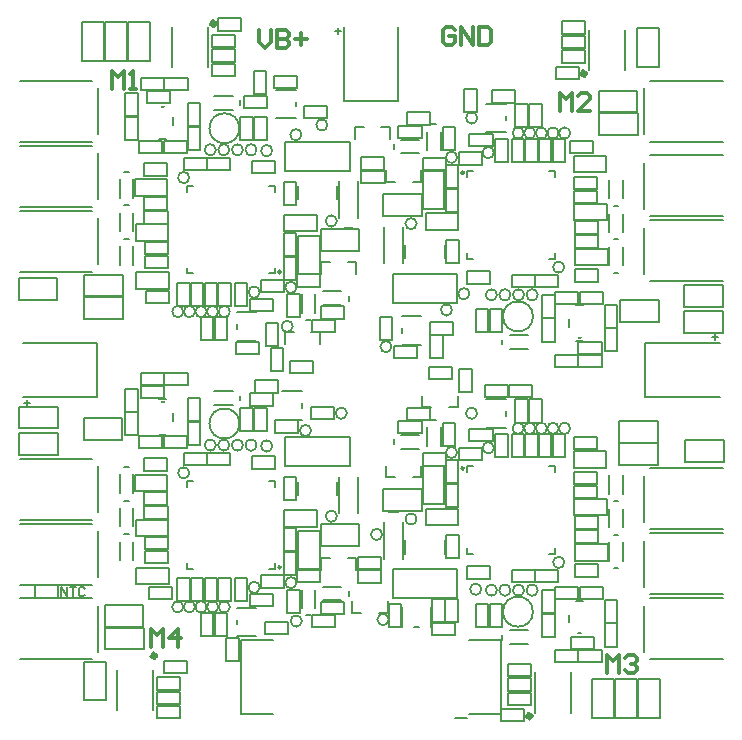
<source format=gto>
G04*
G04 #@! TF.GenerationSoftware,Altium Limited,Altium Designer,19.1.7 (138)*
G04*
G04 Layer_Color=65535*
%FSLAX44Y44*%
%MOMM*%
G71*
G01*
G75*
%ADD10C,0.2540*%
%ADD11C,0.1500*%
%ADD12C,0.1524*%
%ADD13C,0.5000*%
%ADD14C,0.1270*%
%ADD15C,0.1778*%
%ADD16C,0.3556*%
D10*
X-76492Y-166970D02*
G03*
X-76492Y-166970I-1031J0D01*
G01*
X78554Y-83030D02*
G03*
X78554Y-83030I-1031J0D01*
G01*
X78554Y166970D02*
G03*
X78554Y166970I-1031J0D01*
G01*
X-76492Y83030D02*
G03*
X-76492Y83030I-1031J0D01*
G01*
D11*
X-37000Y207500D02*
G03*
X-37000Y207500I-4750J0D01*
G01*
X14750Y-211250D02*
G03*
X14750Y-211250I-4750J0D01*
G01*
X17250Y19750D02*
G03*
X17250Y19750I-4750J0D01*
G01*
X-20650Y-36576D02*
G03*
X-20650Y-36576I-4750J0D01*
G01*
X129150Y200585D02*
G03*
X129150Y200585I-4750J0D01*
G01*
X129150Y-49414D02*
G03*
X129150Y-49414I-4750J0D01*
G01*
X-119650Y-200586D02*
G03*
X-119650Y-200586I-4750J0D01*
G01*
Y49414D02*
G03*
X-119650Y49414I-4750J0D01*
G01*
X-120002Y-63596D02*
G03*
X-120002Y-63596I-4750J0D01*
G01*
X129502Y-186404D02*
G03*
X129502Y-186404I-4750J0D01*
G01*
X129502Y63595D02*
G03*
X129502Y63595I-4750J0D01*
G01*
X-120002Y186404D02*
G03*
X-120002Y186404I-4750J0D01*
G01*
X-108502Y-63596D02*
G03*
X-108502Y-63596I-4750J0D01*
G01*
X118002Y-186404D02*
G03*
X118002Y-186404I-4750J0D01*
G01*
X118002Y63595D02*
G03*
X118002Y63595I-4750J0D01*
G01*
X-108502Y186404D02*
G03*
X-108502Y186404I-4750J0D01*
G01*
X-139335Y-200586D02*
G03*
X-139335Y-200586I-4750J0D01*
G01*
X148835Y-49414D02*
G03*
X148835Y-49414I-4750J0D01*
G01*
X148835Y200585D02*
G03*
X148835Y200585I-4750J0D01*
G01*
X-139335Y49414D02*
G03*
X-139335Y49414I-4750J0D01*
G01*
X-97002Y-63596D02*
G03*
X-97002Y-63596I-4750J0D01*
G01*
X106502Y-186404D02*
G03*
X106502Y-186404I-4750J0D01*
G01*
X106503Y63595D02*
G03*
X106503Y63595I-4750J0D01*
G01*
X-97002Y186404D02*
G03*
X-97002Y186404I-4750J0D01*
G01*
X-131502Y-63596D02*
G03*
X-131502Y-63596I-4750J0D01*
G01*
X141002Y-186404D02*
G03*
X141002Y-186404I-4750J0D01*
G01*
X141002Y63595D02*
G03*
X141002Y63595I-4750J0D01*
G01*
X-131502Y186404D02*
G03*
X-131502Y186404I-4750J0D01*
G01*
X-129492Y-200586D02*
G03*
X-129492Y-200586I-4750J0D01*
G01*
X138992Y-49414D02*
G03*
X138992Y-49414I-4750J0D01*
G01*
X138993Y200585D02*
G03*
X138993Y200585I-4750J0D01*
G01*
X-129492Y49414D02*
G03*
X-129492Y49414I-4750J0D01*
G01*
X-159020Y-200586D02*
G03*
X-159020Y-200586I-4750J0D01*
G01*
X168520Y-49414D02*
G03*
X168520Y-49414I-4750J0D01*
G01*
X168520Y200585D02*
G03*
X168520Y200585I-4750J0D01*
G01*
X-159020Y49414D02*
G03*
X-159020Y49414I-4750J0D01*
G01*
X-63252Y-180096D02*
G03*
X-63252Y-180096I-4750J0D01*
G01*
X72752Y-69904D02*
G03*
X72752Y-69904I-4750J0D01*
G01*
X72752Y180095D02*
G03*
X72752Y180095I-4750J0D01*
G01*
X-63252Y69904D02*
G03*
X-63252Y69904I-4750J0D01*
G01*
X-149177Y-200586D02*
G03*
X-149177Y-200586I-4750J0D01*
G01*
X158677Y-49414D02*
G03*
X158677Y-49414I-4750J0D01*
G01*
X158678Y200585D02*
G03*
X158678Y200585I-4750J0D01*
G01*
X-149177Y49414D02*
G03*
X-149177Y49414I-4750J0D01*
G01*
X-58750Y-212598D02*
G03*
X-58750Y-212598I-4750J0D01*
G01*
X89752Y-36654D02*
G03*
X89752Y-36654I-4750J0D01*
G01*
X89752Y213346D02*
G03*
X89752Y213346I-4750J0D01*
G01*
X-66438Y36937D02*
G03*
X-66438Y36937I-4750J0D01*
G01*
X-83752Y-64346D02*
G03*
X-83752Y-64346I-4750J0D01*
G01*
X93252Y-185654D02*
G03*
X93252Y-185654I-4750J0D01*
G01*
X83236Y64516D02*
G03*
X83236Y64516I-4750J0D01*
G01*
X-83752Y185654D02*
G03*
X-83752Y185654I-4750J0D01*
G01*
X-28972Y-123876D02*
G03*
X-28972Y-123876I-4750J0D01*
G01*
X38472Y-126124D02*
G03*
X38472Y-126124I-4750J0D01*
G01*
X38472Y123876D02*
G03*
X38472Y123876I-4750J0D01*
G01*
X-28972Y126124D02*
G03*
X-28972Y126124I-4750J0D01*
G01*
X-50876Y-51308D02*
G03*
X-50876Y-51308I-4750J0D01*
G01*
X9322Y-139192D02*
G03*
X9322Y-139192I-4750J0D01*
G01*
X68502Y50845D02*
G03*
X68502Y50845I-4750J0D01*
G01*
X-59002Y199154D02*
G03*
X-59002Y199154I-4750J0D01*
G01*
X-94332Y-184095D02*
G03*
X-94332Y-184095I-4750J0D01*
G01*
X103832Y-65904D02*
G03*
X103832Y-65904I-4750J0D01*
G01*
X103833Y184095D02*
G03*
X103833Y184095I-4750J0D01*
G01*
X-94332Y65904D02*
G03*
X-94332Y65904I-4750J0D01*
G01*
X-154002Y-87096D02*
G03*
X-154002Y-87096I-4750J0D01*
G01*
X163502Y-162904D02*
G03*
X163502Y-162904I-4750J0D01*
G01*
X163502Y87095D02*
G03*
X163502Y87095I-4750J0D01*
G01*
X-154002Y162904D02*
G03*
X-154002Y162904I-4750J0D01*
G01*
D12*
X177674Y27115D02*
G03*
X175177Y27115I-1249J-2781D01*
G01*
X177674Y-222885D02*
G03*
X175176Y-222885I-1249J-2781D01*
G01*
X-177674Y-27115D02*
G03*
X-175176Y-27115I1249J2781D01*
G01*
X-111551Y-45344D02*
G03*
X-111551Y-45344I-12702J0D01*
G01*
X136954Y-204656D02*
G03*
X136954Y-204656I-12702J0D01*
G01*
X136954Y45343D02*
G03*
X136954Y45343I-12702J0D01*
G01*
X-111551Y204656D02*
G03*
X-111551Y204656I-12702J0D01*
G01*
X-177674Y222885D02*
G03*
X-175176Y222885I1249J2781D01*
G01*
X-284760Y-192760D02*
X-265240D01*
X-265240Y-182240D02*
X-265240Y-192760D01*
X-284760Y-182240D02*
X-284760Y-192760D01*
X-284760Y-182240D02*
X-265240D01*
X-155607Y-168304D02*
Y-163318D01*
Y-94136D02*
X-150620D01*
X-81439Y-99123D02*
Y-94136D01*
Y-168304D02*
Y-163318D01*
X-155607Y-168304D02*
X-150620D01*
X-155607Y-99123D02*
Y-94136D01*
X-86425D02*
X-81439D01*
X-86425Y-168304D02*
X-81439D01*
X155607Y-86682D02*
Y-81695D01*
X150620Y-155864D02*
X155607D01*
X81439D02*
Y-150877D01*
Y-86682D02*
Y-81695D01*
X150620D02*
X155607D01*
Y-155864D02*
Y-150877D01*
X81439Y-155864D02*
X86425D01*
X81439Y-81695D02*
X86425D01*
X155607Y163317D02*
Y168304D01*
X150620Y94136D02*
X155607D01*
X81439D02*
Y99122D01*
Y163317D02*
Y168304D01*
X150620D02*
X155607D01*
Y94136D02*
Y99122D01*
X81439Y94136D02*
X86426D01*
X81439Y168304D02*
X86426D01*
X-155607Y81696D02*
Y86682D01*
Y155864D02*
X-150620D01*
X-81439Y150877D02*
Y155864D01*
Y81696D02*
Y86682D01*
X-155607Y81696D02*
X-150620D01*
X-155607Y150877D02*
Y155864D01*
X-86425D02*
X-81439D01*
X-86425Y81696D02*
X-81439D01*
X-51082Y-41836D02*
X-31562D01*
X-31562Y-31316D02*
X-31562Y-41836D01*
X-51082Y-31316D02*
X-51082Y-41836D01*
X-51082Y-31316D02*
X-31562D01*
X-99260Y233740D02*
Y253260D01*
Y233740D02*
X-88740Y233740D01*
X-99260Y253260D02*
X-88740Y253260D01*
Y233740D02*
Y253260D01*
X60510Y9990D02*
Y29510D01*
X49990Y29510D02*
X60510Y29510D01*
X49990Y9990D02*
X60510Y9990D01*
X49990Y9990D02*
Y29510D01*
X62156Y-213214D02*
Y-193694D01*
X51636Y-193694D02*
X62156Y-193694D01*
X51636Y-213214D02*
X62156Y-213214D01*
X51636Y-213214D02*
Y-193694D01*
X-98260Y-8740D02*
X-78740D01*
X-98260D02*
X-98260Y-19260D01*
X-78740Y-8740D02*
X-78740Y-19260D01*
X-98260D02*
X-78740D01*
X-82260Y238490D02*
X-62740D01*
X-62740Y249010D02*
X-62740Y238490D01*
X-82260Y249010D02*
X-82260Y238490D01*
X-82260Y249010D02*
X-62740D01*
X18990Y20260D02*
X38510D01*
X18990D02*
X18990Y9740D01*
X38510Y20260D02*
X38510Y9740D01*
X18990D02*
X38510D01*
X51534Y-213942D02*
X71054D01*
X51534D02*
X51534Y-224462D01*
X71054Y-213942D02*
X71054Y-224462D01*
X51534D02*
X71054D01*
X-81214Y-53266D02*
X-61694D01*
X-61694Y-42746D02*
X-61694Y-53266D01*
X-81214Y-42746D02*
X-81214Y-53266D01*
X-81214Y-42746D02*
X-61694D01*
X-108010Y221740D02*
X-88490D01*
X-88490Y232260D02*
X-88490Y221740D01*
X-108010Y232260D02*
X-108010Y221740D01*
X-108010Y232260D02*
X-88490D01*
X62812Y-213294D02*
Y-193774D01*
Y-213294D02*
X73332Y-213294D01*
X62812Y-193774D02*
X73332Y-193774D01*
Y-213294D02*
Y-193774D01*
X49990Y40260D02*
X69510D01*
X49990D02*
X49990Y29740D01*
X69510Y40260D02*
X69510Y29740D01*
X49990D02*
X69510D01*
X-102550Y-30406D02*
X-83030D01*
X-83030Y-19886D02*
X-83030Y-30406D01*
X-102550Y-19886D02*
X-102550Y-30406D01*
X-102550Y-19886D02*
X-83030D01*
X-56510Y213240D02*
X-36990D01*
X-36990Y223760D02*
X-36990Y213240D01*
X-56510Y223760D02*
X-56510Y213240D01*
X-56510Y223760D02*
X-36990D01*
X7240Y25240D02*
Y44760D01*
Y25240D02*
X17760Y25240D01*
X7240Y44760D02*
X17760Y44760D01*
Y25240D02*
Y44760D01*
X14806Y-217960D02*
Y-198440D01*
Y-217960D02*
X25326Y-217960D01*
X14806Y-198440D02*
X25326Y-198440D01*
Y-217960D02*
Y-198440D01*
X-114760Y23760D02*
X-95240D01*
X-114760D02*
X-114760Y13240D01*
X-95240Y23760D02*
X-95240Y13240D01*
X-114760D02*
X-95240D01*
X116478Y-12774D02*
X135998D01*
X116478D02*
X116478Y-23294D01*
X135998Y-12774D02*
X135998Y-23294D01*
X116478D02*
X135998D01*
X102490Y226239D02*
X122010D01*
X122010Y236759D02*
X122010Y226239D01*
X102490Y236759D02*
X102490Y226239D01*
X102490Y236759D02*
X122010D01*
X-111990Y-246260D02*
Y-226740D01*
X-122510Y-226740D02*
X-111990Y-226740D01*
X-122510Y-246260D02*
X-111990Y-246260D01*
X-122510Y-246260D02*
Y-226740D01*
X201480Y116854D02*
Y132394D01*
X213020Y116854D02*
Y132394D01*
X205250Y110624D02*
X209250D01*
X201480Y145229D02*
Y160769D01*
X213020Y145229D02*
Y160769D01*
X205250Y138999D02*
X209250D01*
X201480Y88479D02*
Y104019D01*
X213020Y88479D02*
Y104019D01*
X205250Y82249D02*
X209250D01*
X-209250Y-110625D02*
X-205250D01*
X-213020Y-132395D02*
Y-116855D01*
X-201480Y-132395D02*
Y-116855D01*
X-209250Y-139000D02*
X-205250D01*
X-213020Y-160770D02*
Y-145230D01*
X-201480Y-160770D02*
Y-145230D01*
X-209250Y-82250D02*
X-205250D01*
X-213020Y-104020D02*
Y-88480D01*
X-201480Y-104020D02*
Y-88480D01*
X201480Y-133145D02*
Y-117605D01*
X213020Y-133145D02*
Y-117605D01*
X205250Y-139375D02*
X209250D01*
X201480Y-104770D02*
Y-89230D01*
X213020Y-104770D02*
Y-89230D01*
X205250Y-111000D02*
X209250D01*
X201480Y-161520D02*
Y-145980D01*
X213020Y-161520D02*
Y-145980D01*
X205250Y-167750D02*
X209250D01*
X-201480Y117605D02*
Y133145D01*
X-213020Y117605D02*
Y133145D01*
X-209250Y139375D02*
X-205250D01*
X-201480Y145980D02*
Y161520D01*
X-213020Y145980D02*
Y161520D01*
X-209250Y167750D02*
X-205250D01*
X-201480Y89230D02*
Y104770D01*
X-213020Y89230D02*
Y104770D01*
X-209250Y111000D02*
X-205250D01*
X-175010Y247510D02*
X-155490D01*
X-175010D02*
X-175010Y236990D01*
X-155490D02*
Y247510D01*
X-175010Y236990D02*
X-155490D01*
X-175762Y-256834D02*
X-156242D01*
X-156242Y-246314D02*
X-156242Y-256834D01*
X-175762Y-246314D02*
X-175762Y-256834D01*
X-175762Y-246314D02*
X-156242D01*
X110240Y-287086D02*
X129760D01*
X110240D02*
X110240Y-297606D01*
X129760Y-287086D02*
X129760Y-297606D01*
X110240D02*
X129760D01*
X156242Y256833D02*
X175762D01*
X156242D02*
X156242Y246313D01*
X175762Y256833D02*
X175762Y246313D01*
X156242D02*
X175762D01*
X-129760Y287086D02*
X-110240D01*
X-110240Y297606D02*
X-110240Y287086D01*
X-129760Y297606D02*
X-129760Y287086D01*
X-129760Y297606D02*
X-110240D01*
X-195012Y-2576D02*
X-175492D01*
X-195012D02*
X-195012Y-13096D01*
X-175492Y-2576D02*
X-175492Y-13096D01*
X-195012D02*
X-175492D01*
X-175010Y-13010D02*
X-155490D01*
X-155490Y-2490D02*
X-155490Y-13010D01*
X-175010Y-2490D02*
X-175010Y-13010D01*
X-175010Y-2490D02*
X-155490D01*
X155490Y13009D02*
X175010D01*
X155490D02*
X155490Y2489D01*
X175010Y2489D02*
Y13009D01*
X155490Y2489D02*
X175010D01*
X144742Y24086D02*
Y43605D01*
Y24086D02*
X155262D01*
X144742Y43605D02*
X155262Y43605D01*
Y24086D02*
Y43605D01*
X144742Y44085D02*
Y63605D01*
Y44085D02*
X155262Y44085D01*
X144742Y63605D02*
X155262Y63605D01*
Y44085D02*
Y63605D01*
X175492Y2575D02*
X195012D01*
X195012Y13095D02*
X195012Y2575D01*
X175492D02*
Y13095D01*
X195012D01*
X175492Y13564D02*
X195012D01*
Y24084D01*
X175492Y24084D02*
X175492Y13564D01*
X175492Y24084D02*
X195012D01*
X197742Y15835D02*
Y35356D01*
Y15835D02*
X208262Y15835D01*
X197742Y35356D02*
X208262Y35356D01*
Y15835D02*
Y35356D01*
X155992Y66355D02*
X175512D01*
X155992D02*
X155992Y55835D01*
X175512Y66355D02*
X175512Y55835D01*
X155992D02*
X175512D01*
X176742Y66355D02*
X196262D01*
X176742D02*
X176742Y55835D01*
X196262Y55835D02*
Y66355D01*
X176742Y55835D02*
X196262D01*
X197742Y35835D02*
Y55356D01*
Y35835D02*
X208262Y35835D01*
X197742Y55355D02*
X208262Y55356D01*
Y35835D02*
Y55356D01*
X173400Y24334D02*
X179450D01*
X167662Y36195D02*
Y42953D01*
X173400Y54814D02*
X179450D01*
X155490Y-236990D02*
X175010D01*
X155490D02*
X155490Y-247510D01*
X175010Y-236990D02*
X175010Y-247510D01*
X155490D02*
X175010D01*
X144742Y-225914D02*
Y-206394D01*
Y-225914D02*
X155262Y-225914D01*
X144742Y-206394D02*
X155262Y-206394D01*
Y-225914D02*
Y-206394D01*
X144742Y-205914D02*
Y-186394D01*
Y-205914D02*
X155262Y-205914D01*
X144742Y-186394D02*
X155262Y-186394D01*
Y-205914D02*
Y-186394D01*
X175492Y-247424D02*
X195012D01*
X195012Y-236905D02*
X195012Y-247424D01*
X175492Y-236904D02*
X175492Y-247424D01*
X175492Y-236904D02*
X195012D01*
X169396Y-236435D02*
X188916D01*
X188916Y-225915D02*
X188916Y-236435D01*
X169396Y-225915D02*
X169396Y-236435D01*
X169396Y-225915D02*
X188916D01*
X197742Y-234164D02*
Y-214644D01*
Y-234164D02*
X208262Y-234164D01*
X197742Y-214644D02*
X208262Y-214644D01*
Y-234164D02*
Y-214644D01*
X155992Y-183644D02*
X175512D01*
X155992D02*
X155992Y-194164D01*
X175512Y-183644D02*
X175512Y-194164D01*
X155992D02*
X175512D01*
X176742Y-183644D02*
X196262D01*
X176742D02*
X176742Y-194164D01*
X196262Y-183644D02*
X196262Y-194164D01*
X176742D02*
X196262D01*
X197742Y-214164D02*
Y-194644D01*
Y-214164D02*
X208262Y-214164D01*
X197742Y-194644D02*
X208262Y-194644D01*
Y-214164D02*
Y-194644D01*
X173400Y-225665D02*
X179450D01*
X167662Y-213804D02*
Y-207047D01*
X173400Y-195185D02*
X179450D01*
X-144742Y-43606D02*
Y-24086D01*
X-155262Y-24086D02*
X-144742Y-24086D01*
X-155262Y-43606D02*
X-144742Y-43606D01*
X-155262Y-43606D02*
Y-24086D01*
X-144742Y-63606D02*
Y-44086D01*
X-155262Y-44086D02*
X-144742Y-44086D01*
X-155262Y-63606D02*
X-144742Y-63606D01*
X-155262Y-63606D02*
Y-44086D01*
X-195012Y-13565D02*
X-175492D01*
X-195012D02*
X-195012Y-24085D01*
X-175492Y-13565D02*
X-175492Y-24085D01*
X-195012D02*
X-175492D01*
X-197742Y-35356D02*
Y-15836D01*
X-208262Y-15836D02*
X-197742Y-15836D01*
X-208262Y-35356D02*
X-197742Y-35356D01*
X-208262Y-35356D02*
Y-15836D01*
X-175512Y-66356D02*
X-155992D01*
X-155992Y-55836D02*
X-155992Y-66356D01*
X-175512Y-55836D02*
X-175512Y-66356D01*
X-175512Y-55836D02*
X-155992D01*
X-196262Y-66356D02*
X-176742D01*
X-176742Y-55836D02*
X-176742Y-66356D01*
X-196262Y-55836D02*
X-196262Y-66356D01*
X-196262Y-55836D02*
X-176742D01*
X-197742Y-55356D02*
Y-35836D01*
X-208262Y-35836D02*
X-197742Y-35836D01*
X-208262Y-55356D02*
X-197742Y-55356D01*
X-208262Y-55356D02*
Y-35836D01*
X-179450Y-24335D02*
X-173400D01*
X-167662Y-42953D02*
Y-36196D01*
X-179450Y-54815D02*
X-173400D01*
X-111000Y-25750D02*
Y-21750D01*
X-132770Y-17980D02*
X-117230D01*
X-132770Y-29520D02*
X-117230D01*
X111000Y-228250D02*
Y-224250D01*
X117230Y-232020D02*
X132770D01*
X117230Y-220480D02*
X132770D01*
X111000Y21749D02*
Y25749D01*
X117230Y17979D02*
X132770D01*
X117230Y29519D02*
X132770D01*
X-111000Y224250D02*
Y228250D01*
X-132770Y232020D02*
X-117230D01*
X-132770Y220480D02*
X-117230D01*
X-55000Y-207758D02*
X-51000D01*
X-47230Y-201528D02*
Y-185988D01*
X-58770Y-201528D02*
Y-185988D01*
X51000Y-42242D02*
X55000D01*
X47230Y-64012D02*
Y-48472D01*
X58770Y-64012D02*
Y-48472D01*
X51000Y208011D02*
X55000D01*
X47230Y186241D02*
Y201781D01*
X58770Y186241D02*
Y201781D01*
X-55000Y42242D02*
X-51000D01*
X-47230Y48472D02*
Y64012D01*
X-58770Y48472D02*
Y64012D01*
X-19000Y-191250D02*
Y-187250D01*
X-40770Y-183480D02*
X-25230D01*
X-40770Y-195020D02*
X-25230D01*
X19000Y-62750D02*
Y-58750D01*
X25230Y-66520D02*
X40770D01*
X25230Y-54980D02*
X40770D01*
X19000Y187249D02*
Y191249D01*
X25230Y183479D02*
X40770D01*
X25230Y195019D02*
X40770D01*
X-19000Y58750D02*
Y62750D01*
X-40770Y66520D02*
X-25230D01*
X-40770Y54980D02*
X-25230D01*
X-195012Y247424D02*
X-175492D01*
X-195012D02*
X-195012Y236905D01*
X-175492Y247424D02*
X-175492Y236905D01*
X-195012D02*
X-175492D01*
X-196262Y183644D02*
X-176742D01*
X-176742Y194164D02*
X-176742Y183644D01*
X-196262D02*
Y194164D01*
X-176742D01*
X-175512Y183644D02*
X-155992D01*
Y194164D01*
X-175512Y194164D02*
X-175512Y183644D01*
X-175512Y194164D02*
X-155992D01*
X-197742Y194644D02*
Y214164D01*
X-208262Y214164D02*
X-197742Y214164D01*
X-208262Y194644D02*
X-197742Y194644D01*
X-208262Y194644D02*
Y214164D01*
X-144742Y186394D02*
Y205914D01*
X-155262Y205914D02*
X-144742Y205914D01*
X-155262Y186394D02*
X-144742Y186394D01*
X-155262Y186394D02*
Y205914D01*
X-197742Y214644D02*
Y234164D01*
X-208262Y234164D02*
X-197742Y234164D01*
X-208262Y214644D02*
X-197742Y214644D01*
X-208262Y214644D02*
Y234164D01*
X-190012Y236435D02*
X-170492D01*
X-190012Y225915D02*
Y236435D01*
X-170492Y236435D02*
X-170492Y225915D01*
X-190012D02*
X-170492D01*
X-144742Y206394D02*
Y225914D01*
X-155262Y225914D02*
X-144742Y225914D01*
X-155262Y206394D02*
X-144742D01*
X-155262D02*
Y225914D01*
X-179450Y225665D02*
X-173400D01*
X-167662Y207047D02*
Y213804D01*
X-179450Y195185D02*
X-173400D01*
X232000Y-23000D02*
X295000D01*
X232000D02*
Y23000D01*
X295000D01*
X23000Y227604D02*
Y290604D01*
X-23000Y227604D02*
X23000D01*
X-23000D02*
Y290604D01*
X-295000Y23000D02*
X-232000D01*
Y-23000D02*
Y23000D01*
X-295000Y-23000D02*
X-232000D01*
X-138730Y-80758D02*
X-119210D01*
X-119210Y-70238D02*
X-119210Y-80758D01*
X-138730Y-70238D02*
X-138730Y-80758D01*
X-138730Y-70238D02*
X-119210D01*
X119210Y-169242D02*
X138730D01*
X119210D02*
X119210Y-179762D01*
X138730Y-169242D02*
X138730Y-179762D01*
X119210D02*
X138730D01*
X119211Y80757D02*
X138731D01*
X119211D02*
X119211Y70237D01*
X138731Y80757D02*
X138731Y70237D01*
X119211D02*
X138731D01*
X-138730Y169242D02*
X-119210D01*
X-119210Y179762D02*
X-119210Y169242D01*
X-138730Y179762D02*
X-138730Y169242D01*
X-138730Y179762D02*
X-119210D01*
X-63242Y-173606D02*
Y-154086D01*
X-73762Y-154086D02*
X-63242Y-154086D01*
X-73762Y-173606D02*
X-63242Y-173606D01*
X-73762Y-173606D02*
Y-154086D01*
X63242Y-95914D02*
Y-76394D01*
Y-95914D02*
X73762Y-95914D01*
X63242Y-76394D02*
X73762Y-76394D01*
Y-95914D02*
Y-76394D01*
X63242Y154086D02*
Y173605D01*
Y154086D02*
X73762Y154086D01*
X63242Y173605D02*
X73762Y173605D01*
Y154086D02*
Y173605D01*
X-63242Y76394D02*
Y95914D01*
X-73762Y95914D02*
X-63242Y95914D01*
X-73762Y76394D02*
X-63242Y76394D01*
X-73762Y76394D02*
Y95914D01*
X-102736Y-200132D02*
X-83216D01*
X-83216Y-189612D02*
X-83216Y-200132D01*
X-102736Y-189612D02*
X-102736Y-200132D01*
X-102736Y-189612D02*
X-83216D01*
X83216Y-49868D02*
X102736D01*
X83216D02*
X83216Y-60388D01*
X102736Y-49868D02*
X102736Y-60388D01*
X83216D02*
X102736D01*
X83216Y200131D02*
X102736D01*
X83216D02*
X83216Y189611D01*
X102736Y189611D02*
Y200131D01*
X83216Y189611D02*
X102736D01*
X-102736Y49868D02*
X-83216D01*
X-83216Y60388D02*
X-83216Y49868D01*
X-102736Y60388D02*
X-102736Y49868D01*
X-102736Y60388D02*
X-83216D01*
X-181010Y-284564D02*
X-161490D01*
X-181010D02*
X-181010Y-295084D01*
X-161490Y-284564D02*
X-161490Y-295084D01*
X-181010D02*
X-161490D01*
X115488Y-259356D02*
X135008D01*
X135008Y-248836D02*
X135008Y-259356D01*
X115488Y-248836D02*
X115488Y-259356D01*
X115488Y-248836D02*
X135008D01*
X161490Y284563D02*
X181010D01*
X181010Y295083D02*
X181010Y284563D01*
X161490Y295083D02*
X161490Y284563D01*
X161490Y295083D02*
X181010D01*
X-135008Y259356D02*
X-115488D01*
X-135008D02*
X-135008Y248836D01*
X-115488Y248836D02*
Y259356D01*
X-135008Y248836D02*
X-115488D01*
X-181010Y-272439D02*
X-161490D01*
X-181010D02*
X-181010Y-282959D01*
X-161490Y-272439D02*
X-161490Y-282959D01*
X-181010D02*
X-161490D01*
X115488Y-271481D02*
X135008D01*
X135008Y-260961D02*
X135008Y-271481D01*
X115488Y-260961D02*
X115488Y-271481D01*
X115488Y-260961D02*
X135008D01*
X161490Y272438D02*
X181010D01*
X181010Y282958D02*
X181010Y272438D01*
X161490Y282958D02*
X161490Y272438D01*
X161490Y282958D02*
X181010D01*
X-135008Y271481D02*
X-115488D01*
X-135008Y260961D02*
Y271481D01*
X-115488Y271481D02*
X-115488Y260961D01*
X-135008D02*
X-115488D01*
X-89690Y-213180D02*
X-70170D01*
X-89690D02*
X-89690Y-223700D01*
X-70170Y-213180D02*
X-70170Y-223700D01*
X-89690D02*
X-70170D01*
X96098Y-12660D02*
X115618D01*
X96098D02*
X96098Y-23180D01*
X115618Y-12660D02*
X115618Y-23180D01*
X96098D02*
X115618D01*
X78814Y218412D02*
Y237932D01*
Y218412D02*
X89334Y218412D01*
X78814Y237932D02*
X89334D01*
Y218412D02*
Y237932D01*
X-78490Y19990D02*
Y39510D01*
X-89010Y39510D02*
X-78490Y39510D01*
X-89010Y19990D02*
X-78490Y19990D01*
X-89010Y19990D02*
Y39510D01*
X-144392Y-225034D02*
Y-205514D01*
Y-225034D02*
X-133872Y-225034D01*
X-144392Y-205514D02*
X-133872Y-205514D01*
Y-225034D02*
Y-205514D01*
X144392Y-44486D02*
Y-24966D01*
X133872Y-24966D02*
X144392Y-24966D01*
X133872Y-44486D02*
X144392Y-44486D01*
X133872Y-44486D02*
Y-24966D01*
X144392Y205513D02*
Y225033D01*
X133872Y225033D02*
X144392Y225033D01*
X133872Y205513D02*
X144392D01*
X133872D02*
Y225033D01*
X-144392Y24966D02*
Y44486D01*
Y24966D02*
X-133872Y24966D01*
X-144392Y44486D02*
X-133872D01*
Y24966D02*
Y44486D01*
X-181010Y-260314D02*
X-161490D01*
X-181010D02*
X-181010Y-270834D01*
X-161490Y-260314D02*
X-161490Y-270834D01*
X-181010D02*
X-161490D01*
X115488Y-283606D02*
X135008D01*
X135008Y-273086D02*
X135008Y-283606D01*
X115488Y-273086D02*
X115488Y-283606D01*
X115488Y-273086D02*
X135008D01*
X161490Y260313D02*
X181010D01*
Y270833D01*
X161490Y260313D02*
Y270833D01*
X181010D01*
X-135008Y283606D02*
X-115488D01*
X-135008D02*
X-135008Y273086D01*
X-115488D02*
Y283606D01*
X-135008Y273086D02*
X-115488D01*
X-110760Y-51760D02*
Y-32240D01*
Y-51760D02*
X-100240Y-51760D01*
X-110760Y-32240D02*
X-100240Y-32240D01*
Y-51760D02*
Y-32240D01*
X110760Y-217760D02*
Y-198240D01*
X100240Y-198240D02*
X110760Y-198240D01*
X100240Y-217760D02*
X110760Y-217760D01*
X100240Y-217760D02*
Y-198240D01*
X110760Y32239D02*
Y51759D01*
X100240D02*
X110760D01*
X100240Y32239D02*
X110760Y32239D01*
X100240Y32239D02*
Y51759D01*
X-110760Y194740D02*
Y214260D01*
Y194740D02*
X-100240Y194740D01*
X-110760Y214260D02*
X-100240Y214260D01*
Y194740D02*
Y214260D01*
X-132454Y-225034D02*
Y-205514D01*
Y-225034D02*
X-121934Y-225034D01*
X-132454Y-205514D02*
X-121934Y-205514D01*
Y-225034D02*
Y-205514D01*
X132454Y-44486D02*
Y-24966D01*
X121934Y-24966D02*
X132454Y-24966D01*
X121934Y-44486D02*
X132454Y-44486D01*
X121934Y-44486D02*
Y-24966D01*
X132454Y205513D02*
Y225033D01*
X121934Y225033D02*
X132454Y225033D01*
X121934Y205513D02*
X132454Y205513D01*
X121934Y205513D02*
Y225033D01*
X-132454Y24966D02*
Y44486D01*
Y24966D02*
X-121934Y24966D01*
X-132454Y44486D02*
X-121934Y44486D01*
Y24966D02*
Y44486D01*
X-88490Y-51760D02*
Y-32240D01*
X-99010Y-32240D02*
X-88490Y-32240D01*
X-99010Y-51760D02*
X-88490Y-51760D01*
X-99010Y-51760D02*
Y-32240D01*
X88490Y-217760D02*
Y-198240D01*
Y-217760D02*
X99010Y-217760D01*
X88490Y-198240D02*
X99010Y-198240D01*
Y-217760D02*
Y-198240D01*
X88490Y32239D02*
Y51759D01*
Y32239D02*
X99010D01*
X88490Y51759D02*
X99010Y51759D01*
Y32239D02*
Y51759D01*
X-88490Y194740D02*
Y214260D01*
X-99010Y214260D02*
X-88490Y214260D01*
X-99010Y194740D02*
X-88490Y194740D01*
X-99010Y194740D02*
Y214260D01*
X-158529Y-80758D02*
X-139009D01*
X-139009Y-70238D02*
X-139009Y-80758D01*
X-158529Y-70238D02*
X-158529Y-80758D01*
X-158529Y-70238D02*
X-139009D01*
X139009Y-169242D02*
X158529D01*
X139009D02*
X139009Y-179762D01*
X158529Y-169242D02*
X158529Y-179762D01*
X139009D02*
X158529D01*
X139010Y80757D02*
X158530D01*
X139010Y70237D02*
Y80757D01*
X158530Y80757D02*
X158530Y70237D01*
X139010D02*
X158530D01*
X-158529Y169242D02*
X-139009D01*
X-139009Y179762D02*
X-139009Y169242D01*
X-158529Y179762D02*
X-158529Y169242D01*
X-158529Y179762D02*
X-139009D01*
X-141011Y-195470D02*
Y-175950D01*
Y-195470D02*
X-130491Y-195470D01*
X-141011Y-175950D02*
X-130491Y-175950D01*
Y-195470D02*
Y-175950D01*
X141011Y-74050D02*
Y-54530D01*
X130491Y-54530D02*
X141011Y-54530D01*
X130491Y-74050D02*
X141011Y-74050D01*
X130491Y-74050D02*
Y-54530D01*
X141011Y175949D02*
Y195469D01*
X130491Y195469D02*
X141011Y195469D01*
X130491Y175949D02*
X141011D01*
X130491D02*
Y195469D01*
X-141011Y54530D02*
Y74050D01*
Y54530D02*
X-130491Y54530D01*
X-141011Y74050D02*
X-130491Y74050D01*
Y54530D02*
Y74050D01*
X-129493Y-195470D02*
Y-175950D01*
Y-195470D02*
X-118973Y-195470D01*
X-129493Y-175950D02*
X-118973Y-175950D01*
Y-195470D02*
Y-175950D01*
X129493Y-74050D02*
Y-54530D01*
X118973Y-54530D02*
X129493Y-54530D01*
X118973Y-74050D02*
X129493Y-74050D01*
X118973Y-74050D02*
Y-54530D01*
X129493Y175949D02*
Y195469D01*
X118973D02*
X129493D01*
X118973Y175949D02*
X129493Y175949D01*
X118973Y175949D02*
Y195469D01*
X-129493Y54530D02*
Y74050D01*
Y54530D02*
X-118973Y54530D01*
X-129493Y74050D02*
X-118973Y74050D01*
Y54530D02*
Y74050D01*
X-164046Y-195470D02*
Y-175950D01*
Y-195470D02*
X-153526Y-195470D01*
X-164046Y-175950D02*
X-153526Y-175950D01*
Y-195470D02*
Y-175950D01*
X164046Y-74050D02*
Y-54530D01*
X153526Y-54530D02*
X164046Y-54530D01*
X153526Y-74050D02*
X164046Y-74050D01*
X153526Y-74050D02*
Y-54530D01*
X164046Y175949D02*
Y195469D01*
X153526D02*
X164046D01*
X153526Y175949D02*
X164046Y175949D01*
X153526Y175949D02*
Y195469D01*
X-164046Y54530D02*
Y74050D01*
Y54530D02*
X-153526Y54530D01*
X-164046Y74050D02*
X-153526Y74050D01*
Y54530D02*
Y74050D01*
X-152528Y-195470D02*
Y-175950D01*
Y-195470D02*
X-142008Y-195470D01*
X-152528Y-175950D02*
X-142008Y-175950D01*
Y-195470D02*
Y-175950D01*
X152528Y-74050D02*
Y-54530D01*
X142008Y-54530D02*
X152528Y-54530D01*
X142008Y-74050D02*
X152528Y-74050D01*
X142008Y-74050D02*
Y-54530D01*
X152529Y175949D02*
Y195469D01*
X142009D02*
X152529D01*
X142009Y175949D02*
X152529Y175949D01*
X142009Y175949D02*
Y195469D01*
X-152528Y54530D02*
Y74050D01*
Y54530D02*
X-142008D01*
X-152528Y74050D02*
X-142008D01*
Y54530D02*
Y74050D01*
X-115435Y-195470D02*
Y-175950D01*
Y-195470D02*
X-104915Y-195470D01*
X-115435Y-175950D02*
X-104915Y-175950D01*
Y-195470D02*
Y-175950D01*
X115435Y-74050D02*
Y-54530D01*
X104915Y-54530D02*
X115435Y-54530D01*
X104915Y-74050D02*
X115435Y-74050D01*
X104915Y-74050D02*
Y-54530D01*
X115435Y175949D02*
Y195469D01*
X104916Y195469D02*
X115435Y195469D01*
X104916Y175949D02*
X115435Y175949D01*
X104916Y175949D02*
Y195469D01*
X-115435Y54530D02*
Y74050D01*
Y54530D02*
X-104915D01*
X-115435Y74050D02*
X-104915Y74050D01*
Y54530D02*
Y74050D01*
X-11324Y-168582D02*
X8196D01*
X8196Y-158062D02*
X8196Y-168582D01*
X-11324Y-158062D02*
X-11324Y-168582D01*
X-11324Y-158062D02*
X8196D01*
X48990Y-7760D02*
X68510D01*
X68510Y2760D02*
X68510Y-7760D01*
X48990Y2760D02*
X48990Y-7760D01*
X48990Y2760D02*
X68510D01*
X-8196Y168581D02*
X11324D01*
X-8196D02*
X-8196Y158061D01*
X11324Y168581D02*
X11324Y158061D01*
X-8196D02*
X11324D01*
X-68510Y7760D02*
X-48990D01*
X-68510D02*
X-68510Y-2760D01*
X-48990D02*
Y7760D01*
X-68510Y-2760D02*
X-48990D01*
X-192117Y-114199D02*
X-172597D01*
X-172597Y-103679D02*
X-172597Y-114199D01*
X-192117Y-103679D02*
X-192117Y-114199D01*
X-192117Y-103679D02*
X-172597D01*
X172597Y-135801D02*
X192117D01*
X172597D02*
X172597Y-146321D01*
X192117Y-135801D02*
X192117Y-146321D01*
X172597D02*
X192117D01*
X172597Y114198D02*
X192117D01*
X172597D02*
X172597Y103678D01*
X192117Y114198D02*
X192117Y103678D01*
X172597D02*
X192117D01*
X-192117Y135801D02*
X-172597D01*
Y146321D01*
X-192117Y146321D02*
X-192117Y135801D01*
X-192117Y146321D02*
X-172597D01*
X-191359Y-151822D02*
X-171839D01*
X-171839Y-141302D02*
X-171839Y-151822D01*
X-191359Y-141302D02*
X-191359Y-151822D01*
X-191359Y-141302D02*
X-171839D01*
X171839Y-98178D02*
X191359D01*
X171839D02*
X171839Y-108698D01*
X191359Y-98178D02*
X191359Y-108698D01*
X171839D02*
X191359D01*
X171840Y151821D02*
X191360D01*
X171840D02*
X171840Y141301D01*
X191360Y151821D02*
X191360Y141301D01*
X171840D02*
X191360D01*
X-191359Y98178D02*
X-171839D01*
Y108698D01*
X-191359Y108698D02*
X-191359Y98178D01*
X-191359Y108698D02*
X-171839D01*
X-187988Y-193982D02*
X-168468D01*
X-168468Y-183462D02*
X-168468Y-193982D01*
X-187988Y-183462D02*
X-187988Y-193982D01*
X-187988Y-183462D02*
X-168468D01*
X171359Y-56635D02*
X190879D01*
X171359D02*
X171359Y-67155D01*
X190879Y-56635D02*
X190879Y-67155D01*
X171359D02*
X190879D01*
X168468Y193981D02*
X187988D01*
X168468D02*
X168468Y183461D01*
X187988Y193981D02*
X187988Y183461D01*
X168468D02*
X187988D01*
X-190879Y56635D02*
X-171359D01*
X-171359Y67155D02*
X-171359Y56635D01*
X-190879Y67155D02*
X-190879Y56635D01*
X-190879Y67155D02*
X-171359D01*
X-11244Y-180012D02*
X8276D01*
X8276Y-169492D02*
X8276Y-180012D01*
X-11244Y-169492D02*
X-11244Y-180012D01*
X-11244Y-169492D02*
X8276D01*
X74490Y-19010D02*
Y510D01*
Y-19010D02*
X85010Y-19010D01*
X74490Y510D02*
X85010Y510D01*
Y-19010D02*
Y510D01*
X-8276Y180011D02*
X11244D01*
X-8276D02*
X-8276Y169491D01*
X11244Y180011D02*
X11244Y169491D01*
X-8276D02*
X11244D01*
X-74490Y-510D02*
Y19010D01*
X-85010Y19010D02*
X-74490Y19010D01*
X-85010Y-510D02*
X-74490Y-510D01*
X-85010Y-510D02*
Y19010D01*
X-192012Y-85356D02*
X-172492D01*
X-172492Y-74836D02*
X-172492Y-85356D01*
X-192012Y-74836D02*
X-192012Y-85356D01*
X-192012Y-74836D02*
X-172492D01*
X172492Y-164644D02*
X192012D01*
X172492D02*
X172492Y-175164D01*
X192012Y-164644D02*
X192012Y-175164D01*
X172492D02*
X192012D01*
X172492Y85356D02*
X192012D01*
X172492D02*
X172492Y74836D01*
X192012Y85356D02*
X192012Y74836D01*
X172492D02*
X192012D01*
X-192012Y164644D02*
X-172492D01*
X-172492Y175164D02*
X-172492Y164644D01*
X-192012Y175164D02*
X-192012Y164644D01*
X-192012Y175164D02*
X-172492D01*
X-191940Y-126043D02*
X-172420D01*
X-172420Y-115523D02*
X-172420Y-126043D01*
X-191940Y-115523D02*
X-191940Y-126043D01*
X-191940Y-115523D02*
X-172420D01*
X172420Y-123957D02*
X191940D01*
X172420D02*
X172420Y-134477D01*
X191940Y-123957D02*
X191940Y-134477D01*
X172420D02*
X191940D01*
X172420Y126042D02*
X191940D01*
X172420D02*
X172420Y115522D01*
X191940Y126042D02*
X191940Y115522D01*
X172420D02*
X191940D01*
X-191940Y123957D02*
X-172420D01*
X-172420Y134477D02*
X-172420Y123957D01*
X-191940Y134477D02*
X-191940Y123957D01*
X-191940Y134477D02*
X-172420D01*
X-191233Y-163666D02*
X-171713D01*
X-171713Y-153146D02*
X-171713Y-163666D01*
X-191233Y-153146D02*
X-191233Y-163666D01*
X-191233Y-153146D02*
X-171713D01*
X171713Y-86334D02*
X191233D01*
X171713D02*
X171713Y-96854D01*
X191233Y-86334D02*
X191233Y-96854D01*
X171713D02*
X191233D01*
X171713Y163666D02*
X191233D01*
X171713D02*
X171713Y153146D01*
X191233Y163666D02*
X191233Y153146D01*
X171713D02*
X191233D01*
X-191233Y86334D02*
X-171713D01*
Y96854D01*
X-191233Y96854D02*
X-191233Y86334D01*
X-191233Y96854D02*
X-171713D01*
X-63010Y-169228D02*
X-43490D01*
X-63010D02*
X-63010Y-179748D01*
X-43490Y-169228D02*
X-43490Y-179748D01*
X-63010D02*
X-43490D01*
X43490Y-81026D02*
X63010D01*
X63010Y-70506D02*
X63010Y-81026D01*
X43490Y-70506D02*
X43490Y-81026D01*
X43490Y-70506D02*
X63010D01*
X43490Y169227D02*
X63010D01*
X63010Y179747D02*
X63010Y169227D01*
X43490D02*
Y179747D01*
X63010D01*
X-63010Y81026D02*
X-43490D01*
X-63010Y70506D02*
Y81026D01*
X-43490Y81026D02*
X-43490Y70506D01*
X-63010D02*
X-43490D01*
X-49760Y-218010D02*
X-30240D01*
X-30240Y-207490D02*
X-30240Y-218010D01*
X-49760Y-207490D02*
X-49760Y-218010D01*
X-49760Y-207490D02*
X-30240D01*
X30240Y-31990D02*
X49760D01*
X30240D02*
X30240Y-42510D01*
X49760Y-31990D02*
X49760Y-42510D01*
X30240D02*
X49760D01*
X30240Y218009D02*
X49760D01*
X30240D02*
X30240Y207489D01*
X49760Y207489D02*
Y218009D01*
X30240Y207489D02*
X49760D01*
X-49760Y31990D02*
X-30240D01*
X-30240Y42510D02*
X-30240Y31990D01*
X-49760Y42510D02*
X-49760Y31990D01*
X-49760Y42510D02*
X-30240D01*
X-42644Y-206737D02*
X-23124D01*
X-23124Y-196217D02*
X-23124Y-206737D01*
X-42644Y-196217D02*
X-42644Y-206737D01*
X-42644Y-196217D02*
X-23124D01*
X23124Y-43263D02*
X42644D01*
X23124D02*
X23124Y-53783D01*
X42644Y-43263D02*
X42644Y-53783D01*
X23124D02*
X42644D01*
X23124Y206736D02*
X42644D01*
X23124D02*
X23124Y196216D01*
X42644Y206736D02*
X42644Y196216D01*
X23124D02*
X42644D01*
X-42644Y43263D02*
X-23124D01*
X-23124Y53783D02*
X-23124Y43263D01*
X-42644Y43263D02*
Y53783D01*
X-23124D01*
X-62266Y-105655D02*
Y-94538D01*
X-28738Y-105655D02*
Y-94538D01*
X62266Y-155462D02*
Y-144345D01*
X28738Y-155462D02*
Y-144345D01*
X62266Y94537D02*
Y105654D01*
X28738Y94537D02*
Y105654D01*
X-62266Y144345D02*
Y155462D01*
X-28738Y144345D02*
Y155462D01*
X-215030Y-287824D02*
Y-253824D01*
X-184470Y-287824D02*
Y-253824D01*
X169028Y-290096D02*
Y-256096D01*
X138468Y-290096D02*
Y-256096D01*
X215030Y253823D02*
Y287823D01*
X184470Y253823D02*
Y287823D01*
X-169028Y256096D02*
Y290096D01*
X-138468Y256096D02*
Y290096D01*
X-23002Y-130096D02*
X-15502D01*
X-11232Y-121366D02*
Y-90326D01*
X-27272Y-121366D02*
Y-90326D01*
X15502Y-119904D02*
X23002D01*
X11232Y-159674D02*
Y-128634D01*
X27272Y-159674D02*
Y-128634D01*
X15502Y130096D02*
X23002D01*
X11232Y90325D02*
Y121365D01*
X27272Y90325D02*
Y121365D01*
X-23002Y119904D02*
X-15502D01*
X-11232Y128634D02*
Y159674D01*
X-27272Y128634D02*
Y159674D01*
X-101012Y-73086D02*
X-81492D01*
X-101012D02*
X-101012Y-83606D01*
X-81492Y-73086D02*
X-81492Y-83606D01*
X-101012D02*
X-81492D01*
X81492Y-176914D02*
X101012D01*
X101012Y-166394D02*
X101012Y-176914D01*
X81492Y-166394D02*
X81492Y-176914D01*
X81492Y-166394D02*
X101012D01*
X81492Y73085D02*
X101012D01*
Y83605D01*
X81492D02*
X81492Y73085D01*
X81492Y83605D02*
X101012D01*
X-101012Y176914D02*
X-81492D01*
X-101012D02*
X-101012Y166394D01*
X-81492Y166394D02*
Y176914D01*
X-101012Y166394D02*
X-81492D01*
X-172722Y-102625D02*
Y-88567D01*
X-200282Y-102624D02*
Y-88565D01*
Y-102625D02*
X-172722D01*
X-200282Y-88565D02*
X-172722D01*
X172722Y-161433D02*
Y-147374D01*
X200282Y-161434D02*
Y-147376D01*
X172722Y-147374D02*
X200282D01*
X172722Y-161434D02*
X200282D01*
X172722Y88566D02*
Y102625D01*
X200282Y88565D02*
Y102623D01*
X172722Y102625D02*
X200282D01*
X172722Y88565D02*
X200282D01*
X-172722Y147374D02*
Y161433D01*
X-200282Y147376D02*
Y161434D01*
X-200282Y147374D02*
X-172722D01*
X-200282Y161434D02*
X-172722D01*
X-63492Y-110356D02*
Y-90836D01*
X-74012Y-90836D02*
X-63492Y-90836D01*
X-74012Y-110356D02*
X-63492Y-110356D01*
X-74012Y-110356D02*
Y-90836D01*
X63492Y-159164D02*
Y-139644D01*
Y-159164D02*
X74012Y-159164D01*
X63492Y-139644D02*
X74012Y-139644D01*
Y-159164D02*
Y-139644D01*
X63492Y90836D02*
Y110356D01*
Y90836D02*
X74012D01*
X63492Y110356D02*
X74012Y110356D01*
Y90836D02*
Y110356D01*
X-63492Y139644D02*
Y159164D01*
X-74012Y159164D02*
X-63492Y159164D01*
X-74012Y139644D02*
X-63492Y139644D01*
X-74012Y139644D02*
Y159164D01*
X-93512Y-184356D02*
X-73992D01*
X-73992Y-173836D02*
X-73992Y-184356D01*
X-93512Y-173836D02*
X-93512Y-184356D01*
X-93512Y-173836D02*
X-73992D01*
X73992Y-65644D02*
X93512D01*
X73992D02*
X73992Y-76164D01*
X93512Y-65644D02*
X93512Y-76164D01*
X73992D02*
X93512D01*
X73992Y184356D02*
X93512D01*
X73992D02*
X73992Y173836D01*
X93512Y184355D02*
X93512Y173836D01*
X73992D02*
X93512D01*
X-93512Y65644D02*
X-73992D01*
X-73992Y76164D02*
X-73992Y65644D01*
X-93512Y76164D02*
X-93512Y65644D01*
X-93512Y76164D02*
X-73992D01*
X-72782Y-57068D02*
X-40222D01*
X-72782Y-75625D02*
Y-57068D01*
X-50782Y-81625D02*
X-18222D01*
Y-63068D01*
Y-57068D01*
X-40222D02*
X-18222D01*
X-72782Y-81625D02*
Y-75625D01*
Y-81625D02*
X-50782D01*
X40222Y-192932D02*
X72782D01*
Y-174375D01*
X18222Y-168375D02*
X50782D01*
X18222Y-186932D02*
Y-168375D01*
Y-192932D02*
Y-186932D01*
Y-192932D02*
X40222D01*
X72782Y-174375D02*
Y-168375D01*
X50782D02*
X72782D01*
X40222Y57067D02*
X72782D01*
Y75624D01*
X18222Y81624D02*
X50782D01*
X18222Y63067D02*
Y81624D01*
Y57067D02*
Y63067D01*
Y57067D02*
X40222D01*
X72782Y75624D02*
Y81624D01*
X50782D02*
X72782D01*
X-72782Y192932D02*
X-40222D01*
X-72782Y174375D02*
Y192932D01*
X-50782Y168375D02*
X-18222D01*
Y186932D01*
Y192932D01*
X-40222D02*
X-18222D01*
X-72782Y168375D02*
Y174375D01*
Y168375D02*
X-50782D01*
X-171759Y-140864D02*
Y-126805D01*
X-199319Y-140862D02*
Y-126804D01*
Y-140864D02*
X-171759D01*
X-199319Y-126804D02*
X-171759D01*
X171759Y-123195D02*
Y-109136D01*
X199319Y-123196D02*
Y-109138D01*
X171759Y-109136D02*
X199319D01*
X171759Y-123196D02*
X199319D01*
X171759Y126804D02*
Y140863D01*
X199319Y126803D02*
Y140861D01*
X171759Y140863D02*
X199319D01*
X171759Y126803D02*
X199319D01*
X-171759Y109136D02*
Y123195D01*
X-199319Y109138D02*
Y123196D01*
X-199319Y109136D02*
X-171759D01*
X-199319Y123196D02*
X-171759D01*
X-73780Y-132604D02*
Y-118546D01*
X-46220Y-132606D02*
Y-118547D01*
X-73780Y-118546D02*
X-46220D01*
X-73780Y-132606D02*
X-46220D01*
X73780Y-131454D02*
Y-117396D01*
X46220Y-131453D02*
Y-117394D01*
Y-131454D02*
X73780D01*
X46220Y-117394D02*
X73780D01*
X73780Y118545D02*
Y132603D01*
X46220Y118546D02*
Y132605D01*
Y118545D02*
X73780D01*
X46220Y132605D02*
X73780D01*
X-73780Y117396D02*
Y131454D01*
X-46220Y117394D02*
Y131453D01*
X-73780Y131454D02*
X-46220D01*
X-73780Y117394D02*
X-46220D01*
X-171582Y-181345D02*
Y-167287D01*
X-199142Y-181344D02*
Y-167285D01*
Y-181345D02*
X-171582D01*
X-199142Y-167285D02*
X-171582D01*
X171582Y-82713D02*
Y-68654D01*
X199142Y-82715D02*
Y-68656D01*
X171582Y-68654D02*
X199142D01*
X171582Y-82715D02*
X199142D01*
X171582Y167286D02*
Y181345D01*
X199142Y167285D02*
Y181343D01*
X171582Y181345D02*
X199142D01*
X171582Y167285D02*
X199142D01*
X-171582Y68654D02*
Y82713D01*
X-199142Y68656D02*
Y82715D01*
X-199142Y68654D02*
X-171582D01*
X-199142Y82715D02*
X-171582D01*
X-62030Y-168876D02*
Y-136316D01*
Y-168876D02*
X-43473D01*
X-62030Y-136316D02*
X-43473D01*
Y-168876D02*
Y-136316D01*
X62030Y-113684D02*
Y-81124D01*
X43473D02*
X62030D01*
X43473Y-113684D02*
X62030D01*
X43473D02*
Y-81124D01*
X62031Y136315D02*
Y168876D01*
X43474D02*
X62031D01*
X43474Y136315D02*
X62031D01*
X43474D02*
Y168876D01*
X-62030Y81124D02*
Y113684D01*
Y81124D02*
X-43473D01*
X-62030Y113684D02*
X-43473D01*
Y81124D02*
Y113684D01*
X-73833Y-153433D02*
Y-133913D01*
Y-153433D02*
X-63313Y-153433D01*
X-73833Y-133913D02*
X-63313Y-133913D01*
Y-153433D02*
Y-133913D01*
X73833Y-116087D02*
Y-96567D01*
X63313Y-96567D02*
X73833Y-96567D01*
X63313Y-116087D02*
X73833Y-116087D01*
X63313Y-116087D02*
Y-96567D01*
X73834Y133912D02*
Y153432D01*
X63314D02*
X73834D01*
X63314Y133912D02*
X73833Y133912D01*
X63314Y133912D02*
Y153432D01*
X-73833Y96567D02*
Y116087D01*
Y96567D02*
X-63313Y96567D01*
X-73833Y116087D02*
X-63313Y116087D01*
Y96567D02*
Y116087D01*
X-60490Y-205510D02*
Y-185990D01*
X-71010Y-185990D02*
X-60490Y-185990D01*
X-71010Y-205510D02*
X-60490Y-205510D01*
X-71010Y-205510D02*
Y-185990D01*
X60490Y-64010D02*
Y-44490D01*
Y-64010D02*
X71010Y-64010D01*
X60490Y-44490D02*
X71010Y-44490D01*
Y-64010D02*
Y-44490D01*
X60490Y185989D02*
Y205509D01*
Y185989D02*
X71010D01*
X60490Y205509D02*
X71010Y205509D01*
Y185989D02*
Y205509D01*
X-60490Y44490D02*
Y64010D01*
X-71010Y64010D02*
X-60490Y64010D01*
X-71010Y44490D02*
X-60490Y44490D01*
X-71010Y44490D02*
Y64010D01*
X-42636Y-149157D02*
X-10076D01*
Y-130600D01*
X-42636Y-149157D02*
Y-130600D01*
X-10076D01*
X10076Y-100843D02*
X42636D01*
X10076Y-119400D02*
Y-100843D01*
X42636Y-119400D02*
Y-100843D01*
X10076Y-119400D02*
X42636D01*
X10076Y149156D02*
X42636D01*
X10076Y130599D02*
Y149156D01*
X42636Y130599D02*
Y149156D01*
X10076Y130599D02*
X42636D01*
X-42636Y100843D02*
X-10076D01*
Y119400D01*
X-42636Y100843D02*
Y119400D01*
X-10076D01*
X-225322Y-236609D02*
X-192762D01*
Y-218051D01*
X-225322Y-236609D02*
Y-218051D01*
X-192762D01*
X210220Y-42972D02*
X242780D01*
X210220Y-61529D02*
Y-42972D01*
X242780Y-61529D02*
Y-42972D01*
X210220Y-61529D02*
X242780D01*
X192762Y236608D02*
X225322D01*
X192762Y218051D02*
Y236608D01*
X225322Y218051D02*
Y236608D01*
X192762Y218051D02*
X225322D01*
X-242780Y42972D02*
X-210220D01*
Y61529D01*
X-242780Y42972D02*
Y61529D01*
X-210220D01*
X-243280Y-59528D02*
X-210720D01*
Y-40971D01*
X-243280Y-59528D02*
Y-40971D01*
X-210720D01*
X187222Y-294280D02*
Y-261720D01*
Y-294280D02*
X205779D01*
X187222Y-261720D02*
X205779D01*
Y-294280D02*
Y-261720D01*
X210720Y59528D02*
X243280D01*
X210720Y40971D02*
Y59528D01*
X243280Y40971D02*
Y59528D01*
X210720Y40971D02*
X243280D01*
X-187472Y261720D02*
Y294280D01*
X-206029D02*
X-187472D01*
X-206029Y261720D02*
X-187472D01*
X-206029D02*
Y294280D01*
X-297780Y-30972D02*
X-265220D01*
X-297780Y-49529D02*
Y-30972D01*
X-265220Y-49529D02*
Y-30972D01*
X-297780Y-49529D02*
X-265220D01*
X206597Y-294280D02*
Y-261720D01*
Y-294280D02*
X225154D01*
X206597Y-261720D02*
X225154D01*
Y-294280D02*
Y-261720D01*
X265220Y31471D02*
X297780D01*
Y50028D01*
X265220Y31471D02*
Y50028D01*
X297780D01*
X-206847Y261720D02*
Y294280D01*
X-225404D02*
X-206847D01*
X-225404Y261720D02*
X-206847D01*
X-225404D02*
Y294280D01*
X-225576Y-217304D02*
X-193016D01*
Y-198748D01*
X-225576Y-217304D02*
Y-198748D01*
X-193016D01*
X210220Y-62221D02*
X242780D01*
X210220Y-80779D02*
Y-62221D01*
X242780Y-80779D02*
Y-62221D01*
X210220Y-80779D02*
X242780D01*
X193016Y217304D02*
X225576D01*
X193016Y198747D02*
Y217304D01*
X225576Y198747D02*
Y217304D01*
X193016Y198747D02*
X225576D01*
X-242780Y62221D02*
X-210220D01*
Y80779D01*
X-242780Y62221D02*
Y80779D01*
X-210220D01*
X-242959Y-279678D02*
Y-247118D01*
Y-279678D02*
X-224401D01*
X-242959Y-247118D02*
X-224401D01*
Y-279678D02*
Y-247118D01*
X265970Y-78028D02*
X298530D01*
Y-59472D01*
X265970Y-78028D02*
Y-59472D01*
X298530D01*
X243974Y256770D02*
Y289330D01*
X225417D02*
X243974D01*
X225417Y256770D02*
X243974D01*
X225417D02*
Y289330D01*
X-298530Y78028D02*
X-265970D01*
X-298530Y59472D02*
Y78028D01*
X-265970Y59472D02*
Y78028D01*
X-298530Y59472D02*
X-265970D01*
X-297780Y-53222D02*
X-265220D01*
X-297780Y-71778D02*
Y-53222D01*
X-265220Y-71778D02*
Y-53222D01*
X-297780Y-71778D02*
X-265220D01*
X225972Y-294280D02*
Y-261720D01*
Y-294280D02*
X244529D01*
X225972Y-261720D02*
X244529D01*
Y-294280D02*
Y-261720D01*
X265220Y53221D02*
X297780D01*
Y71778D01*
X265220Y53221D02*
Y71778D01*
X297780D01*
X-226222Y261720D02*
Y294280D01*
X-244779D02*
X-226222D01*
X-244779Y261720D02*
X-226222D01*
X-244779D02*
Y294280D01*
D13*
X-182586Y-242074D02*
G03*
X-182586Y-242074I-1414J0D01*
G01*
X135162Y-293096D02*
G03*
X135162Y-293096I-1414J0D01*
G01*
X181164Y250823D02*
G03*
X181164Y250823I-1414J0D01*
G01*
X-132334Y293096D02*
G03*
X-132334Y293096I-1414J0D01*
G01*
D14*
X-80532Y213185D02*
X-64022D01*
Y223347D02*
Y227153D01*
X-80532Y237315D02*
X-64022D01*
X25995Y45315D02*
X42505D01*
X25995Y31347D02*
Y35153D01*
Y21185D02*
X42505D01*
X26289Y-217297D02*
Y-200787D01*
X36451Y-217297D02*
X40257D01*
X50419D02*
Y-200787D01*
X-75311Y-42037D02*
X-58801D01*
Y-31875D02*
Y-28069D01*
X-75311Y-17907D02*
X-58801D01*
X-113859Y-201219D02*
X-97349D01*
X-113859Y-215187D02*
Y-211382D01*
Y-225349D02*
X-97349D01*
X97349Y-48781D02*
X113859D01*
Y-38618D02*
Y-34813D01*
X97349Y-24651D02*
X113859D01*
X97349Y201218D02*
X113859D01*
X113859Y211381D02*
Y215186D01*
X97349Y225348D02*
X113859D01*
X-113859Y48781D02*
X-97349D01*
X-113859Y34813D02*
Y38618D01*
Y24651D02*
X-97349D01*
D15*
X70999Y-295001D02*
X80999D01*
X-110001Y-291001D02*
Y-229002D01*
X109998Y-291001D02*
Y-229002D01*
X-110001D02*
X-83002Y-229001D01*
X82999Y-291002D02*
X109998Y-291001D01*
X82999Y-229001D02*
X109998Y-229002D01*
X-110001Y-291001D02*
X-83002Y-291002D01*
X-16016Y-205882D02*
Y-195882D01*
X13984Y-205882D02*
Y-195882D01*
X6484Y-205882D02*
X13984D01*
X-16016D02*
X-8516D01*
X43250Y-31750D02*
Y-21750D01*
X73250Y-31750D02*
Y-21750D01*
X65750Y-31750D02*
X73250D01*
X43250D02*
X50750D01*
X16016Y195881D02*
Y205881D01*
X-13984Y195881D02*
Y205881D01*
X-6484D01*
X8516D02*
X16016D01*
X-43250Y21750D02*
Y31750D01*
X-73250Y21750D02*
Y31750D01*
X-65750D01*
X-50750D02*
X-43250D01*
X-297739Y-126997D02*
X-236240D01*
X-297736Y-75001D02*
X-236237D01*
X-231464Y-120375D02*
Y-81625D01*
X235986Y-193003D02*
X297485D01*
X235983Y-244999D02*
X297482D01*
X231210Y-238375D02*
Y-199625D01*
X235986Y126996D02*
X297486D01*
X235983Y75001D02*
X297483D01*
X231210Y81624D02*
Y120374D01*
X-297739Y193003D02*
X-236239D01*
X-297736Y244999D02*
X-236237D01*
X-231464Y199625D02*
Y238375D01*
X-297739Y-244997D02*
X-236240D01*
X-297736Y-193001D02*
X-236237D01*
X-231464Y-238375D02*
Y-199625D01*
X235986Y-83003D02*
X297485D01*
X235983Y-134999D02*
X297482D01*
X231210Y-128375D02*
Y-89625D01*
X235986Y244996D02*
X297486D01*
X235983Y193001D02*
X297483D01*
X231210Y199624D02*
Y238374D01*
X-297739Y83003D02*
X-236239D01*
X-297736Y134999D02*
X-236237D01*
X-231464Y89625D02*
Y128375D01*
X-297739Y-181997D02*
X-236240D01*
X-297736Y-130001D02*
X-236237D01*
X-231464Y-175375D02*
Y-136625D01*
X235986Y-138003D02*
X297485D01*
X235983Y-189999D02*
X297482D01*
X231210Y-183375D02*
Y-144625D01*
X235986Y181996D02*
X297486D01*
X235983Y130001D02*
X297483D01*
X231210Y136624D02*
Y175374D01*
X-297739Y138003D02*
X-236239D01*
X-297736Y189999D02*
X-236237D01*
X-231464Y144625D02*
Y183375D01*
X-12500Y-169000D02*
Y-159000D01*
X-42500Y-169000D02*
Y-159000D01*
X-35000D01*
X-20000D02*
X-12500D01*
X12500Y-91000D02*
Y-81000D01*
X42500Y-91000D02*
Y-81000D01*
X35000Y-91000D02*
X42500D01*
X12500D02*
X20000D01*
X12500Y158999D02*
Y168999D01*
X42500Y158999D02*
Y168999D01*
X35000Y158999D02*
X42500D01*
X12500D02*
X20000D01*
X-12500Y81000D02*
Y91000D01*
X-42500Y81000D02*
Y91000D01*
X-35000D01*
X-20000D02*
X-12500D01*
X-30222Y286921D02*
X-25144D01*
X-27683Y289460D02*
Y284382D01*
X291317Y30222D02*
Y25144D01*
X293856Y27683D02*
X288778D01*
X-262722Y-191722D02*
Y-184104D01*
X-257644Y-191722D01*
Y-184104D01*
X-255105D02*
X-250026D01*
X-252565D01*
Y-191722D01*
X-242409Y-185374D02*
X-243678Y-184104D01*
X-246217D01*
X-247487Y-185374D01*
Y-190452D01*
X-246217Y-191722D01*
X-243678D01*
X-242409Y-190452D01*
X-291317Y-30222D02*
Y-25144D01*
X-293856Y-27683D02*
X-288778D01*
D16*
X71213Y287752D02*
X68674Y290291D01*
X63595D01*
X61056Y287752D01*
Y277595D01*
X63595Y275056D01*
X68674D01*
X71213Y277595D01*
Y282673D01*
X66134D01*
X76291Y275056D02*
Y290291D01*
X86448Y275056D01*
Y290291D01*
X91526D02*
Y275056D01*
X99144D01*
X101683Y277595D01*
Y287752D01*
X99144Y290291D01*
X91526D01*
X199806Y-256194D02*
Y-240959D01*
X204884Y-246037D01*
X209963Y-240959D01*
Y-256194D01*
X215041Y-243498D02*
X217580Y-240959D01*
X222659D01*
X225198Y-243498D01*
Y-246037D01*
X222659Y-248577D01*
X220119D01*
X222659D01*
X225198Y-251116D01*
Y-253655D01*
X222659Y-256194D01*
X217580D01*
X215041Y-253655D01*
X-219444Y238306D02*
Y253541D01*
X-214366Y248463D01*
X-209287Y253541D01*
Y238306D01*
X-204209D02*
X-199131D01*
X-201670D01*
Y253541D01*
X-204209Y251002D01*
X159806Y219556D02*
Y234791D01*
X164884Y229713D01*
X169963Y234791D01*
Y219556D01*
X185198D02*
X175041D01*
X185198Y229713D01*
Y232252D01*
X182659Y234791D01*
X177580D01*
X175041Y232252D01*
X-186444Y-234944D02*
Y-219709D01*
X-181366Y-224787D01*
X-176287Y-219709D01*
Y-234944D01*
X-163591D02*
Y-219709D01*
X-171209Y-227327D01*
X-161052D01*
X-95194Y287541D02*
Y277384D01*
X-90116Y272306D01*
X-85037Y277384D01*
Y287541D01*
X-79959D02*
Y272306D01*
X-72341D01*
X-69802Y274845D01*
Y277384D01*
X-72341Y279923D01*
X-79959D01*
X-72341D01*
X-69802Y282463D01*
Y285002D01*
X-72341Y287541D01*
X-79959D01*
X-64724Y279923D02*
X-54567D01*
X-59646Y285002D02*
Y274845D01*
M02*

</source>
